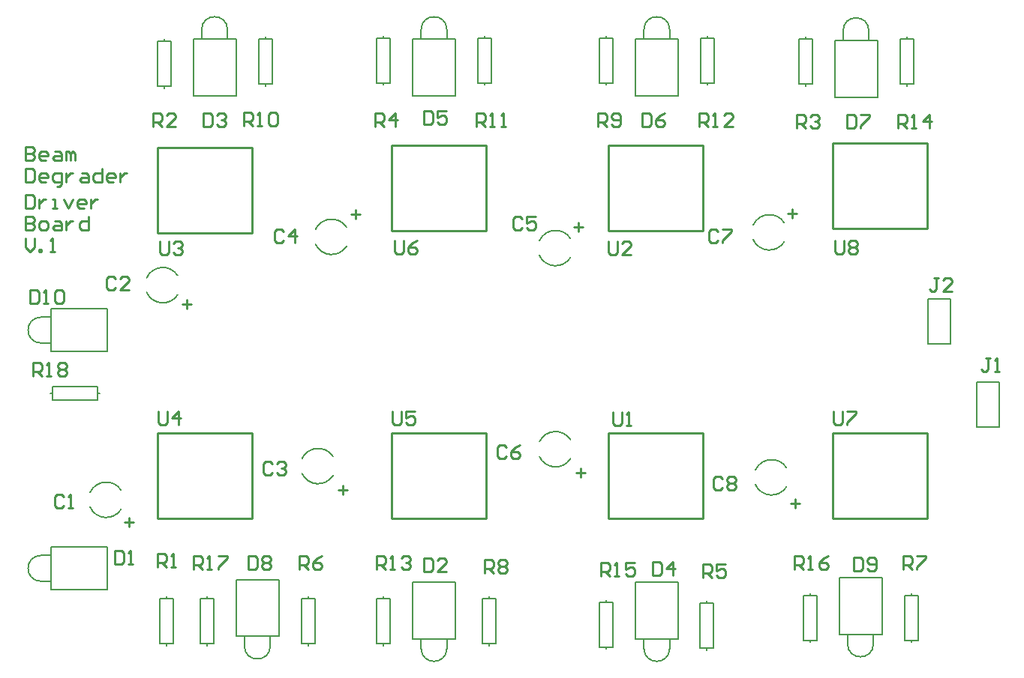
<source format=gto>
G04 Layer_Color=65535*
%FSLAX25Y25*%
%MOIN*%
G70*
G01*
G75*
%ADD10C,0.01000*%
%ADD35C,0.00500*%
%ADD36C,0.00787*%
D10*
X365500Y201284D02*
X407500D01*
Y239283D01*
X365500D02*
X407500D01*
X365500Y201284D02*
Y239283D01*
Y72284D02*
X407500D01*
Y110284D01*
X365500D02*
X407500D01*
X365500Y72284D02*
Y110284D01*
X169500Y200284D02*
X211500D01*
Y238283D01*
X169500D02*
X211500D01*
X169500Y200284D02*
Y238283D01*
Y72284D02*
X211500D01*
Y110284D01*
X169500D02*
X211500D01*
X169500Y72284D02*
Y110284D01*
X65500Y72284D02*
X107500D01*
Y110284D01*
X65500D02*
X107500D01*
X65500Y72284D02*
Y110284D01*
Y199284D02*
X107500D01*
Y237283D01*
X65500D02*
X107500D01*
X65500Y199284D02*
Y237283D01*
X266000Y200284D02*
X308000D01*
Y238283D01*
X266000D02*
X308000D01*
X266000Y200284D02*
Y238283D01*
Y72284D02*
X308000D01*
Y110284D01*
X266000D02*
X308000D01*
X266000Y72284D02*
Y110284D01*
X7000Y237388D02*
Y231390D01*
X9999D01*
X10999Y232390D01*
Y233389D01*
X9999Y234389D01*
X7000D01*
X9999D01*
X10999Y235389D01*
Y236388D01*
X9999Y237388D01*
X7000D01*
X15997Y231390D02*
X13998D01*
X12998Y232390D01*
Y234389D01*
X13998Y235389D01*
X15997D01*
X16997Y234389D01*
Y233389D01*
X12998D01*
X19996Y235389D02*
X21995D01*
X22995Y234389D01*
Y231390D01*
X19996D01*
X18996Y232390D01*
X19996Y233389D01*
X22995D01*
X24994Y231390D02*
Y235389D01*
X25994D01*
X26994Y234389D01*
Y231390D01*
Y234389D01*
X27993Y235389D01*
X28993Y234389D01*
Y231390D01*
X7000Y227790D02*
Y221792D01*
X9999D01*
X10999Y222792D01*
Y226791D01*
X9999Y227790D01*
X7000D01*
X15997Y221792D02*
X13998D01*
X12998Y222792D01*
Y224791D01*
X13998Y225791D01*
X15997D01*
X16997Y224791D01*
Y223792D01*
X12998D01*
X20996Y219793D02*
X21995D01*
X22995Y220793D01*
Y225791D01*
X19996D01*
X18996Y224791D01*
Y222792D01*
X19996Y221792D01*
X22995D01*
X24994Y225791D02*
Y221792D01*
Y223792D01*
X25994Y224791D01*
X26994Y225791D01*
X27993D01*
X31992D02*
X33991D01*
X34991Y224791D01*
Y221792D01*
X31992D01*
X30992Y222792D01*
X31992Y223792D01*
X34991D01*
X40989Y227790D02*
Y221792D01*
X37990D01*
X36990Y222792D01*
Y224791D01*
X37990Y225791D01*
X40989D01*
X45987Y221792D02*
X43988D01*
X42988Y222792D01*
Y224791D01*
X43988Y225791D01*
X45987D01*
X46987Y224791D01*
Y223792D01*
X42988D01*
X48986Y225791D02*
Y221792D01*
Y223792D01*
X49986Y224791D01*
X50986Y225791D01*
X51986D01*
X7000Y216193D02*
Y210195D01*
X9999D01*
X10999Y211195D01*
Y215194D01*
X9999Y216193D01*
X7000D01*
X12998Y214194D02*
Y210195D01*
Y212195D01*
X13998Y213194D01*
X14997Y214194D01*
X15997D01*
X18996Y210195D02*
X20996D01*
X19996D01*
Y214194D01*
X18996D01*
X23994D02*
X25994Y210195D01*
X27993Y214194D01*
X32992Y210195D02*
X30992D01*
X29993Y211195D01*
Y213194D01*
X30992Y214194D01*
X32992D01*
X33991Y213194D01*
Y212195D01*
X29993D01*
X35991Y214194D02*
Y210195D01*
Y212195D01*
X36990Y213194D01*
X37990Y214194D01*
X38990D01*
X7000Y206596D02*
Y200598D01*
X9999D01*
X10999Y201597D01*
Y202597D01*
X9999Y203597D01*
X7000D01*
X9999D01*
X10999Y204596D01*
Y205596D01*
X9999Y206596D01*
X7000D01*
X13998Y200598D02*
X15997D01*
X16997Y201597D01*
Y203597D01*
X15997Y204596D01*
X13998D01*
X12998Y203597D01*
Y201597D01*
X13998Y200598D01*
X19996Y204596D02*
X21995D01*
X22995Y203597D01*
Y200598D01*
X19996D01*
X18996Y201597D01*
X19996Y202597D01*
X22995D01*
X24994Y204596D02*
Y200598D01*
Y202597D01*
X25994Y203597D01*
X26994Y204596D01*
X27993D01*
X34991Y206596D02*
Y200598D01*
X31992D01*
X30992Y201597D01*
Y203597D01*
X31992Y204596D01*
X34991D01*
X7000Y196998D02*
Y192999D01*
X8999Y191000D01*
X10999Y192999D01*
Y196998D01*
X12998Y191000D02*
Y192000D01*
X13998D01*
Y191000D01*
X12998D01*
X17996D02*
X19996D01*
X18996D01*
Y196998D01*
X17996Y195998D01*
X345500Y207999D02*
X349499D01*
X347499Y209998D02*
Y206000D01*
X250500Y201999D02*
X254499D01*
X252499Y203998D02*
Y200000D01*
X151500Y207499D02*
X155499D01*
X153499Y209498D02*
Y205500D01*
X76500Y167499D02*
X80499D01*
X78499Y169498D02*
Y165500D01*
X51000Y70499D02*
X54999D01*
X52999Y72498D02*
Y68500D01*
X146000Y84999D02*
X149999D01*
X147999Y86998D02*
Y83000D01*
X347000Y78999D02*
X350999D01*
X348999Y80998D02*
Y77000D01*
X251500Y92499D02*
X255499D01*
X253499Y94498D02*
Y90500D01*
X316499Y89998D02*
X315499Y90998D01*
X313500D01*
X312500Y89998D01*
Y86000D01*
X313500Y85000D01*
X315499D01*
X316499Y86000D01*
X318498Y89998D02*
X319498Y90998D01*
X321497D01*
X322497Y89998D01*
Y88999D01*
X321497Y87999D01*
X322497Y86999D01*
Y86000D01*
X321497Y85000D01*
X319498D01*
X318498Y86000D01*
Y86999D01*
X319498Y87999D01*
X318498Y88999D01*
Y89998D01*
X319498Y87999D02*
X321497D01*
X314656Y199998D02*
X313656Y200998D01*
X311657D01*
X310658Y199998D01*
Y196000D01*
X311657Y195000D01*
X313656D01*
X314656Y196000D01*
X316655Y200998D02*
X320654D01*
Y199998D01*
X316655Y196000D01*
Y195000D01*
X220499Y103998D02*
X219499Y104998D01*
X217500D01*
X216500Y103998D01*
Y100000D01*
X217500Y99000D01*
X219499D01*
X220499Y100000D01*
X226497Y104998D02*
X224497Y103998D01*
X222498Y101999D01*
Y100000D01*
X223498Y99000D01*
X225497D01*
X226497Y100000D01*
Y100999D01*
X225497Y101999D01*
X222498D01*
X227499Y205498D02*
X226499Y206498D01*
X224500D01*
X223500Y205498D01*
Y201500D01*
X224500Y200500D01*
X226499D01*
X227499Y201500D01*
X233497Y206498D02*
X229498D01*
Y203499D01*
X231497Y204499D01*
X232497D01*
X233497Y203499D01*
Y201500D01*
X232497Y200500D01*
X230498D01*
X229498Y201500D01*
X23841Y81998D02*
X22842Y82998D01*
X20842D01*
X19843Y81998D01*
Y78000D01*
X20842Y77000D01*
X22842D01*
X23841Y78000D01*
X25841Y77000D02*
X27840D01*
X26840D01*
Y82998D01*
X25841Y81998D01*
X46999Y178998D02*
X45999Y179998D01*
X44000D01*
X43000Y178998D01*
Y175000D01*
X44000Y174000D01*
X45999D01*
X46999Y175000D01*
X52997Y174000D02*
X48998D01*
X52997Y177999D01*
Y178998D01*
X51997Y179998D01*
X49998D01*
X48998Y178998D01*
X116499Y96498D02*
X115499Y97498D01*
X113500D01*
X112500Y96498D01*
Y92500D01*
X113500Y91500D01*
X115499D01*
X116499Y92500D01*
X118498Y96498D02*
X119498Y97498D01*
X121497D01*
X122497Y96498D01*
Y95499D01*
X121497Y94499D01*
X120497D01*
X121497D01*
X122497Y93499D01*
Y92500D01*
X121497Y91500D01*
X119498D01*
X118498Y92500D01*
X121499Y199998D02*
X120499Y200998D01*
X118500D01*
X117500Y199998D01*
Y196000D01*
X118500Y195000D01*
X120499D01*
X121499Y196000D01*
X126497Y195000D02*
Y200998D01*
X123498Y197999D01*
X127497D01*
X46500Y57998D02*
Y52000D01*
X49499D01*
X50499Y53000D01*
Y56998D01*
X49499Y57998D01*
X46500D01*
X52498Y52000D02*
X54497D01*
X53498D01*
Y57998D01*
X52498Y56998D01*
X86000Y252498D02*
Y246500D01*
X88999D01*
X89999Y247500D01*
Y251498D01*
X88999Y252498D01*
X86000D01*
X91998Y251498D02*
X92998Y252498D01*
X94997D01*
X95997Y251498D01*
Y250499D01*
X94997Y249499D01*
X93997D01*
X94997D01*
X95997Y248499D01*
Y247500D01*
X94997Y246500D01*
X92998D01*
X91998Y247500D01*
X285500Y52949D02*
Y46951D01*
X288499D01*
X289499Y47951D01*
Y51949D01*
X288499Y52949D01*
X285500D01*
X294497Y46951D02*
Y52949D01*
X291498Y49950D01*
X295497D01*
X184000Y253498D02*
Y247500D01*
X186999D01*
X187999Y248500D01*
Y252498D01*
X186999Y253498D01*
X184000D01*
X193997D02*
X189998D01*
Y250499D01*
X191997Y251499D01*
X192997D01*
X193997Y250499D01*
Y248500D01*
X192997Y247500D01*
X190998D01*
X189998Y248500D01*
X281000Y252498D02*
Y246500D01*
X283999D01*
X284999Y247500D01*
Y251498D01*
X283999Y252498D01*
X281000D01*
X290997D02*
X288997Y251498D01*
X286998Y249499D01*
Y247500D01*
X287998Y246500D01*
X289997D01*
X290997Y247500D01*
Y248499D01*
X289997Y249499D01*
X286998D01*
X184000Y54449D02*
Y48451D01*
X186999D01*
X187999Y49450D01*
Y53449D01*
X186999Y54449D01*
X184000D01*
X193997Y48451D02*
X189998D01*
X193997Y52450D01*
Y53449D01*
X192997Y54449D01*
X190998D01*
X189998Y53449D01*
X371843Y251998D02*
Y246000D01*
X374842D01*
X375841Y247000D01*
Y250998D01*
X374842Y251998D01*
X371843D01*
X377841D02*
X381839D01*
Y250998D01*
X377841Y247000D01*
Y246000D01*
X106000Y55498D02*
Y49500D01*
X108999D01*
X109999Y50500D01*
Y54498D01*
X108999Y55498D01*
X106000D01*
X111998Y54498D02*
X112998Y55498D01*
X114997D01*
X115997Y54498D01*
Y53499D01*
X114997Y52499D01*
X115997Y51499D01*
Y50500D01*
X114997Y49500D01*
X112998D01*
X111998Y50500D01*
Y51499D01*
X112998Y52499D01*
X111998Y53499D01*
Y54498D01*
X112998Y52499D02*
X114997D01*
X375000Y54949D02*
Y48951D01*
X377999D01*
X378999Y49951D01*
Y53949D01*
X377999Y54949D01*
X375000D01*
X380998Y49951D02*
X381998Y48951D01*
X383997D01*
X384997Y49951D01*
Y53949D01*
X383997Y54949D01*
X381998D01*
X380998Y53949D01*
Y52950D01*
X381998Y51950D01*
X384997D01*
X8900Y173898D02*
Y167900D01*
X11899D01*
X12899Y168900D01*
Y172898D01*
X11899Y173898D01*
X8900D01*
X14898Y167900D02*
X16897D01*
X15898D01*
Y173898D01*
X14898Y172898D01*
X19896D02*
X20896Y173898D01*
X22896D01*
X23895Y172898D01*
Y168900D01*
X22896Y167900D01*
X20896D01*
X19896Y168900D01*
Y172898D01*
X162300Y246500D02*
Y252498D01*
X165299D01*
X166299Y251498D01*
Y249499D01*
X165299Y248499D01*
X162300D01*
X164299D02*
X166299Y246500D01*
X171297D02*
Y252498D01*
X168298Y249499D01*
X172297D01*
X261300Y246500D02*
Y252498D01*
X264299D01*
X265299Y251498D01*
Y249499D01*
X264299Y248499D01*
X261300D01*
X263299D02*
X265299Y246500D01*
X267298Y247500D02*
X268298Y246500D01*
X270297D01*
X271297Y247500D01*
Y251498D01*
X270297Y252498D01*
X268298D01*
X267298Y251498D01*
Y250499D01*
X268298Y249499D01*
X271297D01*
X349800Y246000D02*
Y251998D01*
X352799D01*
X353799Y250998D01*
Y248999D01*
X352799Y247999D01*
X349800D01*
X351799D02*
X353799Y246000D01*
X355798Y250998D02*
X356798Y251998D01*
X358797D01*
X359797Y250998D01*
Y249999D01*
X358797Y248999D01*
X357797D01*
X358797D01*
X359797Y247999D01*
Y247000D01*
X358797Y246000D01*
X356798D01*
X355798Y247000D01*
X128500Y49500D02*
Y55498D01*
X131499D01*
X132499Y54498D01*
Y52499D01*
X131499Y51499D01*
X128500D01*
X130499D02*
X132499Y49500D01*
X138497Y55498D02*
X136497Y54498D01*
X134498Y52499D01*
Y50500D01*
X135498Y49500D01*
X137497D01*
X138497Y50500D01*
Y51499D01*
X137497Y52499D01*
X134498D01*
X211000Y48000D02*
Y53998D01*
X213999D01*
X214999Y52998D01*
Y50999D01*
X213999Y49999D01*
X211000D01*
X212999D02*
X214999Y48000D01*
X216998Y52998D02*
X217998Y53998D01*
X219997D01*
X220997Y52998D01*
Y51999D01*
X219997Y50999D01*
X220997Y49999D01*
Y49000D01*
X219997Y48000D01*
X217998D01*
X216998Y49000D01*
Y49999D01*
X217998Y50999D01*
X216998Y51999D01*
Y52998D01*
X217998Y50999D02*
X219997D01*
X308000Y46000D02*
Y51998D01*
X310999D01*
X311999Y50998D01*
Y48999D01*
X310999Y47999D01*
X308000D01*
X309999D02*
X311999Y46000D01*
X317997Y51998D02*
X313998D01*
Y48999D01*
X315997Y49999D01*
X316997D01*
X317997Y48999D01*
Y47000D01*
X316997Y46000D01*
X314998D01*
X313998Y47000D01*
X397000Y49500D02*
Y55498D01*
X399999D01*
X400999Y54498D01*
Y52499D01*
X399999Y51499D01*
X397000D01*
X398999D02*
X400999Y49500D01*
X402998Y55498D02*
X406997D01*
Y54498D01*
X402998Y50500D01*
Y49500D01*
X65500Y50500D02*
Y56498D01*
X68499D01*
X69499Y55498D01*
Y53499D01*
X68499Y52499D01*
X65500D01*
X67499D02*
X69499Y50500D01*
X71498D02*
X73497D01*
X72498D01*
Y56498D01*
X71498Y55498D01*
X104000Y247000D02*
Y252998D01*
X106999D01*
X107999Y251998D01*
Y249999D01*
X106999Y248999D01*
X104000D01*
X105999D02*
X107999Y247000D01*
X109998D02*
X111997D01*
X110998D01*
Y252998D01*
X109998Y251998D01*
X114996D02*
X115996Y252998D01*
X117996D01*
X118995Y251998D01*
Y248000D01*
X117996Y247000D01*
X115996D01*
X114996Y248000D01*
Y251998D01*
X394800Y246000D02*
Y251998D01*
X397799D01*
X398799Y250998D01*
Y248999D01*
X397799Y247999D01*
X394800D01*
X396799D02*
X398799Y246000D01*
X400798D02*
X402797D01*
X401798D01*
Y251998D01*
X400798Y250998D01*
X408795Y246000D02*
Y251998D01*
X405796Y248999D01*
X409795D01*
X262500Y46500D02*
Y52498D01*
X265499D01*
X266499Y51498D01*
Y49499D01*
X265499Y48499D01*
X262500D01*
X264499D02*
X266499Y46500D01*
X268498D02*
X270497D01*
X269498D01*
Y52498D01*
X268498Y51498D01*
X277495Y52498D02*
X273496D01*
Y49499D01*
X275496Y50499D01*
X276496D01*
X277495Y49499D01*
Y47500D01*
X276496Y46500D01*
X274496D01*
X273496Y47500D01*
X207300Y246500D02*
Y252498D01*
X210299D01*
X211299Y251498D01*
Y249499D01*
X210299Y248499D01*
X207300D01*
X209299D02*
X211299Y246500D01*
X213298D02*
X215297D01*
X214298D01*
Y252498D01*
X213298Y251498D01*
X218296Y246500D02*
X220296D01*
X219296D01*
Y252498D01*
X218296Y251498D01*
X348500Y49500D02*
Y55498D01*
X351499D01*
X352499Y54498D01*
Y52499D01*
X351499Y51499D01*
X348500D01*
X350499D02*
X352499Y49500D01*
X354498D02*
X356497D01*
X355498D01*
Y55498D01*
X354498Y54498D01*
X363495Y55498D02*
X361496Y54498D01*
X359496Y52499D01*
Y50500D01*
X360496Y49500D01*
X362495D01*
X363495Y50500D01*
Y51499D01*
X362495Y52499D01*
X359496D01*
X81500Y49500D02*
Y55498D01*
X84499D01*
X85499Y54498D01*
Y52499D01*
X84499Y51499D01*
X81500D01*
X83499D02*
X85499Y49500D01*
X87498D02*
X89497D01*
X88498D01*
Y55498D01*
X87498Y54498D01*
X92496Y55498D02*
X96495D01*
Y54498D01*
X92496Y50500D01*
Y49500D01*
X163000D02*
Y55498D01*
X165999D01*
X166999Y54498D01*
Y52499D01*
X165999Y51499D01*
X163000D01*
X164999D02*
X166999Y49500D01*
X168998D02*
X170997D01*
X169998D01*
Y55498D01*
X168998Y54498D01*
X173996D02*
X174996Y55498D01*
X176996D01*
X177995Y54498D01*
Y53499D01*
X176996Y52499D01*
X175996D01*
X176996D01*
X177995Y51499D01*
Y50500D01*
X176996Y49500D01*
X174996D01*
X173996Y50500D01*
X306300Y246500D02*
Y252498D01*
X309299D01*
X310299Y251498D01*
Y249499D01*
X309299Y248499D01*
X306300D01*
X308299D02*
X310299Y246500D01*
X312298D02*
X314297D01*
X313298D01*
Y252498D01*
X312298Y251498D01*
X321295Y246500D02*
X317296D01*
X321295Y250499D01*
Y251498D01*
X320296Y252498D01*
X318296D01*
X317296Y251498D01*
X10300Y135700D02*
Y141698D01*
X13299D01*
X14299Y140698D01*
Y138699D01*
X13299Y137699D01*
X10300D01*
X12299D02*
X14299Y135700D01*
X16298D02*
X18297D01*
X17298D01*
Y141698D01*
X16298Y140698D01*
X21296D02*
X22296Y141698D01*
X24295D01*
X25295Y140698D01*
Y139699D01*
X24295Y138699D01*
X25295Y137699D01*
Y136700D01*
X24295Y135700D01*
X22296D01*
X21296Y136700D01*
Y137699D01*
X22296Y138699D01*
X21296Y139699D01*
Y140698D01*
X22296Y138699D02*
X24295D01*
X66500Y195498D02*
Y190500D01*
X67500Y189500D01*
X69499D01*
X70499Y190500D01*
Y195498D01*
X72498Y194498D02*
X73498Y195498D01*
X75497D01*
X76497Y194498D01*
Y193499D01*
X75497Y192499D01*
X74497D01*
X75497D01*
X76497Y191499D01*
Y190500D01*
X75497Y189500D01*
X73498D01*
X72498Y190500D01*
X171000Y195998D02*
Y191000D01*
X172000Y190000D01*
X173999D01*
X174999Y191000D01*
Y195998D01*
X180997D02*
X178997Y194998D01*
X176998Y192999D01*
Y191000D01*
X177998Y190000D01*
X179997D01*
X180997Y191000D01*
Y191999D01*
X179997Y192999D01*
X176998D01*
X266000Y195498D02*
Y190500D01*
X267000Y189500D01*
X268999D01*
X269999Y190500D01*
Y195498D01*
X275997Y189500D02*
X271998D01*
X275997Y193499D01*
Y194498D01*
X274997Y195498D01*
X272998D01*
X271998Y194498D01*
X366500Y195998D02*
Y191000D01*
X367500Y190000D01*
X369499D01*
X370499Y191000D01*
Y195998D01*
X372498Y194998D02*
X373498Y195998D01*
X375497D01*
X376497Y194998D01*
Y193999D01*
X375497Y192999D01*
X376497Y191999D01*
Y191000D01*
X375497Y190000D01*
X373498D01*
X372498Y191000D01*
Y191999D01*
X373498Y192999D01*
X372498Y193999D01*
Y194998D01*
X373498Y192999D02*
X375497D01*
X66000Y119798D02*
Y114800D01*
X67000Y113800D01*
X68999D01*
X69999Y114800D01*
Y119798D01*
X74997Y113800D02*
Y119798D01*
X71998Y116799D01*
X75997D01*
X170000Y119798D02*
Y114800D01*
X171000Y113800D01*
X172999D01*
X173999Y114800D01*
Y119798D01*
X179997D02*
X175998D01*
Y116799D01*
X177997Y117799D01*
X178997D01*
X179997Y116799D01*
Y114800D01*
X178997Y113800D01*
X176998D01*
X175998Y114800D01*
X268000Y119498D02*
Y114500D01*
X269000Y113500D01*
X270999D01*
X271999Y114500D01*
Y119498D01*
X273998Y113500D02*
X275997D01*
X274998D01*
Y119498D01*
X273998Y118498D01*
X366000Y119798D02*
Y114800D01*
X367000Y113800D01*
X368999D01*
X369999Y114800D01*
Y119798D01*
X371998D02*
X375997D01*
Y118798D01*
X371998Y114800D01*
Y113800D01*
X435499Y143498D02*
X433499D01*
X434499D01*
Y138500D01*
X433499Y137500D01*
X432500D01*
X431500Y138500D01*
X437498Y137500D02*
X439497D01*
X438498D01*
Y143498D01*
X437498Y142498D01*
X412649Y179348D02*
X410649D01*
X411649D01*
Y174350D01*
X410649Y173350D01*
X409650D01*
X408650Y174350D01*
X418647Y173350D02*
X414648D01*
X418647Y177349D01*
Y178348D01*
X417647Y179348D01*
X415648D01*
X414648Y178348D01*
X63500Y246500D02*
Y252498D01*
X66499D01*
X67499Y251498D01*
Y249499D01*
X66499Y248499D01*
X63500D01*
X65499D02*
X67499Y246500D01*
X73497D02*
X69498D01*
X73497Y250499D01*
Y251498D01*
X72497Y252498D01*
X70498D01*
X69498Y251498D01*
D35*
X13847Y161709D02*
G03*
X13847Y150291I0J-5709D01*
G01*
X372291Y16346D02*
G03*
X383709Y16346I5709J0D01*
G01*
X104291Y15396D02*
G03*
X115709Y15396I5709J0D01*
G01*
X381709Y289215D02*
G03*
X370291Y289215I-5709J0D01*
G01*
X293209Y289715D02*
G03*
X281791Y289715I-5709J0D01*
G01*
X194209D02*
G03*
X182791Y289715I-5709J0D01*
G01*
X281791Y14346D02*
G03*
X293209Y14346I5709J0D01*
G01*
X96709Y289715D02*
G03*
X85291Y289715I-5709J0D01*
G01*
X182791Y14346D02*
G03*
X194209Y14346I5709J0D01*
G01*
X13847Y55709D02*
G03*
X13847Y44291I0J-5709D01*
G01*
X43374Y146500D02*
Y165500D01*
X18177Y146500D02*
X43374D01*
X18177Y165500D02*
X43374D01*
X13847Y150291D02*
X18177D01*
X13847Y161709D02*
X18177D01*
Y146500D02*
Y165500D01*
X368500Y45874D02*
X387500D01*
Y20677D02*
Y45874D01*
X368500Y20677D02*
Y45874D01*
X383709Y16346D02*
Y20677D01*
X372291Y16346D02*
Y20677D01*
X368500D02*
X387500D01*
X100500Y44923D02*
X119500D01*
Y19726D02*
Y44923D01*
X100500Y19726D02*
Y44923D01*
X115709Y15396D02*
Y19726D01*
X104291Y15396D02*
Y19726D01*
X100500D02*
X119500D01*
X366500Y259687D02*
X385500D01*
X366500D02*
Y284884D01*
X385500Y259687D02*
Y284884D01*
X370291D02*
Y289215D01*
X381709Y284884D02*
Y289215D01*
X366500Y284884D02*
X385500D01*
X278000Y260187D02*
X297000D01*
X278000D02*
Y285384D01*
X297000Y260187D02*
Y285384D01*
X281791D02*
Y289715D01*
X293209Y285384D02*
Y289715D01*
X278000Y285384D02*
X297000D01*
X179000Y260187D02*
X198000D01*
X179000D02*
Y285384D01*
X198000Y260187D02*
Y285384D01*
X182791D02*
Y289715D01*
X194209Y285384D02*
Y289715D01*
X179000Y285384D02*
X198000D01*
X278000Y43874D02*
X297000D01*
Y18677D02*
Y43874D01*
X278000Y18677D02*
Y43874D01*
X293209Y14346D02*
Y18677D01*
X281791Y14346D02*
Y18677D01*
X278000D02*
X297000D01*
X81500Y260187D02*
X100500D01*
X81500D02*
Y285384D01*
X100500Y260187D02*
Y285384D01*
X85291D02*
Y289715D01*
X96709Y285384D02*
Y289715D01*
X81500Y285384D02*
X100500D01*
X179000Y43874D02*
X198000D01*
Y18677D02*
Y43874D01*
X179000Y18677D02*
Y43874D01*
X194209Y14346D02*
Y18677D01*
X182791Y14346D02*
Y18677D01*
X179000D02*
X198000D01*
X43374Y40500D02*
Y59500D01*
X18177Y40500D02*
X43374D01*
X18177Y59500D02*
X43374D01*
X13847Y44291D02*
X18177D01*
X13847Y55709D02*
X18177D01*
Y40500D02*
Y59500D01*
D36*
X331339Y87226D02*
G03*
X345140Y86268I7161J3274D01*
G01*
Y94732D02*
G03*
X331339Y93774I-6640J-4232D01*
G01*
X330339Y196226D02*
G03*
X344140Y195268I7161J3274D01*
G01*
Y203732D02*
G03*
X330339Y202774I-6640J-4232D01*
G01*
X235339Y99726D02*
G03*
X249140Y98768I7161J3274D01*
G01*
Y107232D02*
G03*
X235339Y106274I-6640J-4232D01*
G01*
Y189226D02*
G03*
X249140Y188268I7161J3274D01*
G01*
Y196732D02*
G03*
X235339Y195774I-6640J-4232D01*
G01*
X135839Y194226D02*
G03*
X149640Y193268I7161J3274D01*
G01*
Y201732D02*
G03*
X135839Y200774I-6640J-4232D01*
G01*
X129839Y92226D02*
G03*
X143640Y91268I7161J3274D01*
G01*
Y99732D02*
G03*
X129839Y98774I-6640J-4232D01*
G01*
X60839Y172726D02*
G03*
X74640Y171768I7161J3274D01*
G01*
Y180232D02*
G03*
X60839Y179274I-6640J-4232D01*
G01*
X35682Y77226D02*
G03*
X49482Y76268I7161J3274D01*
G01*
Y84732D02*
G03*
X35682Y83774I-6640J-4232D01*
G01*
X19000Y125000D02*
Y128000D01*
Y125000D02*
X39000D01*
Y131000D01*
X19000D02*
X39000D01*
X19000Y128000D02*
Y131000D01*
X39000Y128000D02*
X39900D01*
X18100D02*
X19000D01*
X87500Y16500D02*
X90500D01*
Y36500D01*
X84500D02*
X90500D01*
X84500Y16500D02*
Y36500D01*
Y16500D02*
X87500D01*
Y36500D02*
Y37400D01*
Y15600D02*
Y16500D01*
X355500Y18000D02*
X358500D01*
Y38000D01*
X352500D02*
X358500D01*
X352500Y18000D02*
Y38000D01*
Y18000D02*
X355500D01*
Y38000D02*
Y38900D01*
Y17100D02*
Y18000D01*
X265000Y15000D02*
X268000D01*
Y35000D01*
X262000D02*
X268000D01*
X262000Y15000D02*
Y35000D01*
Y15000D02*
X265000D01*
Y35000D02*
Y35900D01*
Y14100D02*
Y15000D01*
X395500Y285500D02*
X398500D01*
X395500Y265500D02*
Y285500D01*
Y265500D02*
X401500D01*
Y285500D01*
X398500D02*
X401500D01*
X398500Y264600D02*
Y265500D01*
Y285500D02*
Y286400D01*
X166000Y16500D02*
X169000D01*
Y36500D01*
X163000D02*
X169000D01*
X163000Y16500D02*
Y36500D01*
Y16500D02*
X166000D01*
Y36500D02*
Y37400D01*
Y15600D02*
Y16500D01*
X307000Y286000D02*
X310000D01*
X307000Y266000D02*
Y286000D01*
Y266000D02*
X313000D01*
Y286000D01*
X310000D02*
X313000D01*
X310000Y265100D02*
Y266000D01*
Y286000D02*
Y286900D01*
X208000Y286000D02*
X211000D01*
X208000Y266000D02*
Y286000D01*
Y266000D02*
X214000D01*
Y286000D01*
X211000D02*
X214000D01*
X211000Y265100D02*
Y266000D01*
Y286000D02*
Y286900D01*
X110500Y285500D02*
X113500D01*
X110500Y265500D02*
Y285500D01*
Y265500D02*
X116500D01*
Y285500D01*
X113500D02*
X116500D01*
X113500Y264600D02*
Y265500D01*
Y285500D02*
Y286400D01*
X262000Y286000D02*
X265000D01*
X262000Y266000D02*
Y286000D01*
Y266000D02*
X268000D01*
Y286000D01*
X265000D02*
X268000D01*
X265000Y265100D02*
Y266000D01*
Y286000D02*
Y286900D01*
X213000Y16500D02*
X216000D01*
Y36500D01*
X210000D02*
X216000D01*
X210000Y16500D02*
Y36500D01*
Y16500D02*
X213000D01*
Y36500D02*
Y37400D01*
Y15600D02*
Y16500D01*
X400500Y18000D02*
X403500D01*
Y38000D01*
X397500D02*
X403500D01*
X397500Y18000D02*
Y38000D01*
Y18000D02*
X400500D01*
Y38000D02*
Y38900D01*
Y17100D02*
Y18000D01*
X132500Y16500D02*
X135500D01*
Y36500D01*
X129500D02*
X135500D01*
X129500Y16500D02*
Y36500D01*
Y16500D02*
X132500D01*
Y36500D02*
Y37400D01*
Y15600D02*
Y16500D01*
X309500Y14500D02*
X312500D01*
Y34500D01*
X306500D02*
X312500D01*
X306500Y14500D02*
Y34500D01*
Y14500D02*
X309500D01*
Y34500D02*
Y35400D01*
Y13600D02*
Y14500D01*
X163000Y286000D02*
X166000D01*
X163000Y266000D02*
Y286000D01*
Y266000D02*
X169000D01*
Y286000D01*
X166000D02*
X169000D01*
X166000Y265100D02*
Y266000D01*
Y286000D02*
Y286900D01*
X350500Y285500D02*
X353500D01*
X350500Y265500D02*
Y285500D01*
Y265500D02*
X356500D01*
Y285500D01*
X353500D02*
X356500D01*
X353500Y264600D02*
Y265500D01*
Y285500D02*
Y286400D01*
X65500Y284500D02*
X68500D01*
X65500Y264500D02*
Y284500D01*
Y264500D02*
X71500D01*
Y284500D01*
X68500D02*
X71500D01*
X68500Y263600D02*
Y264500D01*
Y284500D02*
Y285400D01*
X69500Y16500D02*
X72500D01*
Y36500D01*
X66500D02*
X72500D01*
X66500Y16500D02*
Y36500D01*
Y16500D02*
X69500D01*
Y36500D02*
Y37400D01*
Y15600D02*
Y16500D01*
X408000Y170000D02*
X418000D01*
Y150000D02*
Y170000D01*
X408000Y150000D02*
X418000D01*
X408000D02*
Y170000D01*
X429500Y133000D02*
X439500D01*
Y113000D02*
Y133000D01*
X429500Y113000D02*
X439500D01*
X429500D02*
Y133000D01*
M02*

</source>
